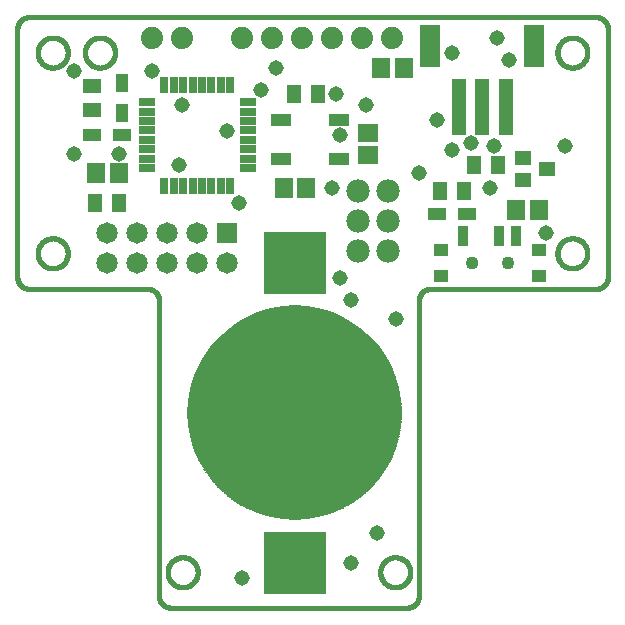
<source format=gts>
G75*
%MOIN*%
%OFA0B0*%
%FSLAX25Y25*%
%IPPOS*%
%LPD*%
%AMOC8*
5,1,8,0,0,1.08239X$1,22.5*
%
%ADD10C,0.01600*%
%ADD11C,0.07800*%
%ADD12R,0.05131X0.06312*%
%ADD13R,0.05800X0.04737*%
%ADD14R,0.05800X0.03000*%
%ADD15R,0.03000X0.05800*%
%ADD16C,0.07400*%
%ADD17R,0.05918X0.06706*%
%ADD18R,0.06312X0.05131*%
%ADD19R,0.07137X0.07137*%
%ADD20C,0.07137*%
%ADD21R,0.04737X0.18910*%
%ADD22R,0.07099X0.14186*%
%ADD23R,0.16800X0.16800*%
%ADD24R,0.20800X0.20800*%
%ADD25C,0.00500*%
%ADD26R,0.04737X0.03950*%
%ADD27R,0.03556X0.06706*%
%ADD28C,0.00000*%
%ADD29C,0.04343*%
%ADD30R,0.06115X0.03950*%
%ADD31R,0.03950X0.06115*%
%ADD32R,0.06706X0.04343*%
%ADD33R,0.06706X0.05918*%
%ADD34C,0.05162*%
D10*
X0049044Y0005737D02*
X0049044Y0104162D01*
X0049042Y0104286D01*
X0049036Y0104409D01*
X0049027Y0104533D01*
X0049013Y0104655D01*
X0048996Y0104778D01*
X0048974Y0104900D01*
X0048949Y0105021D01*
X0048920Y0105141D01*
X0048888Y0105260D01*
X0048851Y0105379D01*
X0048811Y0105496D01*
X0048768Y0105611D01*
X0048720Y0105726D01*
X0048669Y0105838D01*
X0048615Y0105949D01*
X0048557Y0106059D01*
X0048496Y0106166D01*
X0048431Y0106272D01*
X0048363Y0106375D01*
X0048292Y0106476D01*
X0048218Y0106575D01*
X0048141Y0106672D01*
X0048060Y0106766D01*
X0047977Y0106857D01*
X0047891Y0106946D01*
X0047802Y0107032D01*
X0047711Y0107115D01*
X0047617Y0107196D01*
X0047520Y0107273D01*
X0047421Y0107347D01*
X0047320Y0107418D01*
X0047217Y0107486D01*
X0047111Y0107551D01*
X0047004Y0107612D01*
X0046894Y0107670D01*
X0046783Y0107724D01*
X0046671Y0107775D01*
X0046556Y0107823D01*
X0046441Y0107866D01*
X0046324Y0107906D01*
X0046205Y0107943D01*
X0046086Y0107975D01*
X0045966Y0108004D01*
X0045845Y0108029D01*
X0045723Y0108051D01*
X0045600Y0108068D01*
X0045478Y0108082D01*
X0045354Y0108091D01*
X0045231Y0108097D01*
X0045107Y0108099D01*
X0005737Y0108099D01*
X0005613Y0108101D01*
X0005490Y0108107D01*
X0005366Y0108116D01*
X0005244Y0108130D01*
X0005121Y0108147D01*
X0004999Y0108169D01*
X0004878Y0108194D01*
X0004758Y0108223D01*
X0004639Y0108255D01*
X0004520Y0108292D01*
X0004403Y0108332D01*
X0004288Y0108375D01*
X0004173Y0108423D01*
X0004061Y0108474D01*
X0003950Y0108528D01*
X0003840Y0108586D01*
X0003733Y0108647D01*
X0003627Y0108712D01*
X0003524Y0108780D01*
X0003423Y0108851D01*
X0003324Y0108925D01*
X0003227Y0109002D01*
X0003133Y0109083D01*
X0003042Y0109166D01*
X0002953Y0109252D01*
X0002867Y0109341D01*
X0002784Y0109432D01*
X0002703Y0109526D01*
X0002626Y0109623D01*
X0002552Y0109722D01*
X0002481Y0109823D01*
X0002413Y0109926D01*
X0002348Y0110032D01*
X0002287Y0110139D01*
X0002229Y0110249D01*
X0002175Y0110360D01*
X0002124Y0110472D01*
X0002076Y0110587D01*
X0002033Y0110702D01*
X0001993Y0110819D01*
X0001956Y0110938D01*
X0001924Y0111057D01*
X0001895Y0111177D01*
X0001870Y0111298D01*
X0001848Y0111420D01*
X0001831Y0111543D01*
X0001817Y0111665D01*
X0001808Y0111789D01*
X0001802Y0111912D01*
X0001800Y0112036D01*
X0001800Y0194713D01*
X0001802Y0194837D01*
X0001808Y0194960D01*
X0001817Y0195084D01*
X0001831Y0195206D01*
X0001848Y0195329D01*
X0001870Y0195451D01*
X0001895Y0195572D01*
X0001924Y0195692D01*
X0001956Y0195811D01*
X0001993Y0195930D01*
X0002033Y0196047D01*
X0002076Y0196162D01*
X0002124Y0196277D01*
X0002175Y0196389D01*
X0002229Y0196500D01*
X0002287Y0196610D01*
X0002348Y0196717D01*
X0002413Y0196823D01*
X0002481Y0196926D01*
X0002552Y0197027D01*
X0002626Y0197126D01*
X0002703Y0197223D01*
X0002784Y0197317D01*
X0002867Y0197408D01*
X0002953Y0197497D01*
X0003042Y0197583D01*
X0003133Y0197666D01*
X0003227Y0197747D01*
X0003324Y0197824D01*
X0003423Y0197898D01*
X0003524Y0197969D01*
X0003627Y0198037D01*
X0003733Y0198102D01*
X0003840Y0198163D01*
X0003950Y0198221D01*
X0004061Y0198275D01*
X0004173Y0198326D01*
X0004288Y0198374D01*
X0004403Y0198417D01*
X0004520Y0198457D01*
X0004639Y0198494D01*
X0004758Y0198526D01*
X0004878Y0198555D01*
X0004999Y0198580D01*
X0005121Y0198602D01*
X0005244Y0198619D01*
X0005366Y0198633D01*
X0005490Y0198642D01*
X0005613Y0198648D01*
X0005737Y0198650D01*
X0194713Y0198650D01*
X0194837Y0198648D01*
X0194960Y0198642D01*
X0195084Y0198633D01*
X0195206Y0198619D01*
X0195329Y0198602D01*
X0195451Y0198580D01*
X0195572Y0198555D01*
X0195692Y0198526D01*
X0195811Y0198494D01*
X0195930Y0198457D01*
X0196047Y0198417D01*
X0196162Y0198374D01*
X0196277Y0198326D01*
X0196389Y0198275D01*
X0196500Y0198221D01*
X0196610Y0198163D01*
X0196717Y0198102D01*
X0196823Y0198037D01*
X0196926Y0197969D01*
X0197027Y0197898D01*
X0197126Y0197824D01*
X0197223Y0197747D01*
X0197317Y0197666D01*
X0197408Y0197583D01*
X0197497Y0197497D01*
X0197583Y0197408D01*
X0197666Y0197317D01*
X0197747Y0197223D01*
X0197824Y0197126D01*
X0197898Y0197027D01*
X0197969Y0196926D01*
X0198037Y0196823D01*
X0198102Y0196717D01*
X0198163Y0196610D01*
X0198221Y0196500D01*
X0198275Y0196389D01*
X0198326Y0196277D01*
X0198374Y0196162D01*
X0198417Y0196047D01*
X0198457Y0195930D01*
X0198494Y0195811D01*
X0198526Y0195692D01*
X0198555Y0195572D01*
X0198580Y0195451D01*
X0198602Y0195329D01*
X0198619Y0195206D01*
X0198633Y0195084D01*
X0198642Y0194960D01*
X0198648Y0194837D01*
X0198650Y0194713D01*
X0198650Y0112036D01*
X0198648Y0111912D01*
X0198642Y0111789D01*
X0198633Y0111665D01*
X0198619Y0111543D01*
X0198602Y0111420D01*
X0198580Y0111298D01*
X0198555Y0111177D01*
X0198526Y0111057D01*
X0198494Y0110938D01*
X0198457Y0110819D01*
X0198417Y0110702D01*
X0198374Y0110587D01*
X0198326Y0110472D01*
X0198275Y0110360D01*
X0198221Y0110249D01*
X0198163Y0110139D01*
X0198102Y0110032D01*
X0198037Y0109926D01*
X0197969Y0109823D01*
X0197898Y0109722D01*
X0197824Y0109623D01*
X0197747Y0109526D01*
X0197666Y0109432D01*
X0197583Y0109341D01*
X0197497Y0109252D01*
X0197408Y0109166D01*
X0197317Y0109083D01*
X0197223Y0109002D01*
X0197126Y0108925D01*
X0197027Y0108851D01*
X0196926Y0108780D01*
X0196823Y0108712D01*
X0196717Y0108647D01*
X0196610Y0108586D01*
X0196500Y0108528D01*
X0196389Y0108474D01*
X0196277Y0108423D01*
X0196162Y0108375D01*
X0196047Y0108332D01*
X0195930Y0108292D01*
X0195811Y0108255D01*
X0195692Y0108223D01*
X0195572Y0108194D01*
X0195451Y0108169D01*
X0195329Y0108147D01*
X0195206Y0108130D01*
X0195084Y0108116D01*
X0194960Y0108107D01*
X0194837Y0108101D01*
X0194713Y0108099D01*
X0139595Y0108099D01*
X0139471Y0108097D01*
X0139348Y0108091D01*
X0139224Y0108082D01*
X0139102Y0108068D01*
X0138979Y0108051D01*
X0138857Y0108029D01*
X0138736Y0108004D01*
X0138616Y0107975D01*
X0138497Y0107943D01*
X0138378Y0107906D01*
X0138261Y0107866D01*
X0138146Y0107823D01*
X0138031Y0107775D01*
X0137919Y0107724D01*
X0137808Y0107670D01*
X0137698Y0107612D01*
X0137591Y0107551D01*
X0137485Y0107486D01*
X0137382Y0107418D01*
X0137281Y0107347D01*
X0137182Y0107273D01*
X0137085Y0107196D01*
X0136991Y0107115D01*
X0136900Y0107032D01*
X0136811Y0106946D01*
X0136725Y0106857D01*
X0136642Y0106766D01*
X0136561Y0106672D01*
X0136484Y0106575D01*
X0136410Y0106476D01*
X0136339Y0106375D01*
X0136271Y0106272D01*
X0136206Y0106166D01*
X0136145Y0106059D01*
X0136087Y0105949D01*
X0136033Y0105838D01*
X0135982Y0105726D01*
X0135934Y0105611D01*
X0135891Y0105496D01*
X0135851Y0105379D01*
X0135814Y0105260D01*
X0135782Y0105141D01*
X0135753Y0105021D01*
X0135728Y0104900D01*
X0135706Y0104778D01*
X0135689Y0104655D01*
X0135675Y0104533D01*
X0135666Y0104409D01*
X0135660Y0104286D01*
X0135658Y0104162D01*
X0135658Y0005737D01*
X0135656Y0005613D01*
X0135650Y0005490D01*
X0135641Y0005366D01*
X0135627Y0005244D01*
X0135610Y0005121D01*
X0135588Y0004999D01*
X0135563Y0004878D01*
X0135534Y0004758D01*
X0135502Y0004639D01*
X0135465Y0004520D01*
X0135425Y0004403D01*
X0135382Y0004288D01*
X0135334Y0004173D01*
X0135283Y0004061D01*
X0135229Y0003950D01*
X0135171Y0003840D01*
X0135110Y0003733D01*
X0135045Y0003627D01*
X0134977Y0003524D01*
X0134906Y0003423D01*
X0134832Y0003324D01*
X0134755Y0003227D01*
X0134674Y0003133D01*
X0134591Y0003042D01*
X0134505Y0002953D01*
X0134416Y0002867D01*
X0134325Y0002784D01*
X0134231Y0002703D01*
X0134134Y0002626D01*
X0134035Y0002552D01*
X0133934Y0002481D01*
X0133831Y0002413D01*
X0133725Y0002348D01*
X0133618Y0002287D01*
X0133508Y0002229D01*
X0133397Y0002175D01*
X0133285Y0002124D01*
X0133170Y0002076D01*
X0133055Y0002033D01*
X0132938Y0001993D01*
X0132819Y0001956D01*
X0132700Y0001924D01*
X0132580Y0001895D01*
X0132459Y0001870D01*
X0132337Y0001848D01*
X0132214Y0001831D01*
X0132092Y0001817D01*
X0131968Y0001808D01*
X0131845Y0001802D01*
X0131721Y0001800D01*
X0052981Y0001800D01*
X0052857Y0001802D01*
X0052734Y0001808D01*
X0052610Y0001817D01*
X0052488Y0001831D01*
X0052365Y0001848D01*
X0052243Y0001870D01*
X0052122Y0001895D01*
X0052002Y0001924D01*
X0051883Y0001956D01*
X0051764Y0001993D01*
X0051647Y0002033D01*
X0051532Y0002076D01*
X0051417Y0002124D01*
X0051305Y0002175D01*
X0051194Y0002229D01*
X0051084Y0002287D01*
X0050977Y0002348D01*
X0050871Y0002413D01*
X0050768Y0002481D01*
X0050667Y0002552D01*
X0050568Y0002626D01*
X0050471Y0002703D01*
X0050377Y0002784D01*
X0050286Y0002867D01*
X0050197Y0002953D01*
X0050111Y0003042D01*
X0050028Y0003133D01*
X0049947Y0003227D01*
X0049870Y0003324D01*
X0049796Y0003423D01*
X0049725Y0003524D01*
X0049657Y0003627D01*
X0049592Y0003733D01*
X0049531Y0003840D01*
X0049473Y0003950D01*
X0049419Y0004061D01*
X0049368Y0004173D01*
X0049320Y0004288D01*
X0049277Y0004403D01*
X0049237Y0004520D01*
X0049200Y0004639D01*
X0049168Y0004758D01*
X0049139Y0004878D01*
X0049114Y0004999D01*
X0049092Y0005121D01*
X0049075Y0005244D01*
X0049061Y0005366D01*
X0049052Y0005490D01*
X0049046Y0005613D01*
X0049044Y0005737D01*
X0051918Y0013611D02*
X0051920Y0013752D01*
X0051926Y0013893D01*
X0051936Y0014033D01*
X0051950Y0014173D01*
X0051968Y0014313D01*
X0051989Y0014452D01*
X0052015Y0014591D01*
X0052044Y0014729D01*
X0052078Y0014865D01*
X0052115Y0015001D01*
X0052156Y0015136D01*
X0052201Y0015270D01*
X0052250Y0015402D01*
X0052302Y0015533D01*
X0052358Y0015662D01*
X0052418Y0015789D01*
X0052481Y0015915D01*
X0052547Y0016039D01*
X0052618Y0016162D01*
X0052691Y0016282D01*
X0052768Y0016400D01*
X0052848Y0016516D01*
X0052932Y0016629D01*
X0053018Y0016740D01*
X0053108Y0016849D01*
X0053201Y0016955D01*
X0053296Y0017058D01*
X0053395Y0017159D01*
X0053496Y0017257D01*
X0053600Y0017352D01*
X0053707Y0017444D01*
X0053816Y0017533D01*
X0053928Y0017618D01*
X0054042Y0017701D01*
X0054158Y0017781D01*
X0054277Y0017857D01*
X0054398Y0017929D01*
X0054520Y0017999D01*
X0054645Y0018064D01*
X0054771Y0018127D01*
X0054899Y0018185D01*
X0055029Y0018240D01*
X0055160Y0018292D01*
X0055293Y0018339D01*
X0055427Y0018383D01*
X0055562Y0018424D01*
X0055698Y0018460D01*
X0055835Y0018492D01*
X0055973Y0018521D01*
X0056111Y0018546D01*
X0056251Y0018566D01*
X0056391Y0018583D01*
X0056531Y0018596D01*
X0056672Y0018605D01*
X0056812Y0018610D01*
X0056953Y0018611D01*
X0057094Y0018608D01*
X0057235Y0018601D01*
X0057375Y0018590D01*
X0057515Y0018575D01*
X0057655Y0018556D01*
X0057794Y0018534D01*
X0057932Y0018507D01*
X0058070Y0018477D01*
X0058206Y0018442D01*
X0058342Y0018404D01*
X0058476Y0018362D01*
X0058610Y0018316D01*
X0058742Y0018267D01*
X0058872Y0018213D01*
X0059001Y0018156D01*
X0059128Y0018096D01*
X0059254Y0018032D01*
X0059377Y0017964D01*
X0059499Y0017893D01*
X0059619Y0017819D01*
X0059736Y0017741D01*
X0059851Y0017660D01*
X0059964Y0017576D01*
X0060075Y0017489D01*
X0060183Y0017398D01*
X0060288Y0017305D01*
X0060391Y0017208D01*
X0060491Y0017109D01*
X0060588Y0017007D01*
X0060682Y0016902D01*
X0060773Y0016795D01*
X0060861Y0016685D01*
X0060946Y0016573D01*
X0061028Y0016458D01*
X0061107Y0016341D01*
X0061182Y0016222D01*
X0061254Y0016101D01*
X0061322Y0015978D01*
X0061387Y0015853D01*
X0061449Y0015726D01*
X0061506Y0015597D01*
X0061561Y0015467D01*
X0061611Y0015336D01*
X0061658Y0015203D01*
X0061701Y0015069D01*
X0061740Y0014933D01*
X0061775Y0014797D01*
X0061807Y0014660D01*
X0061834Y0014522D01*
X0061858Y0014383D01*
X0061878Y0014243D01*
X0061894Y0014103D01*
X0061906Y0013963D01*
X0061914Y0013822D01*
X0061918Y0013681D01*
X0061918Y0013541D01*
X0061914Y0013400D01*
X0061906Y0013259D01*
X0061894Y0013119D01*
X0061878Y0012979D01*
X0061858Y0012839D01*
X0061834Y0012700D01*
X0061807Y0012562D01*
X0061775Y0012425D01*
X0061740Y0012289D01*
X0061701Y0012153D01*
X0061658Y0012019D01*
X0061611Y0011886D01*
X0061561Y0011755D01*
X0061506Y0011625D01*
X0061449Y0011496D01*
X0061387Y0011369D01*
X0061322Y0011244D01*
X0061254Y0011121D01*
X0061182Y0011000D01*
X0061107Y0010881D01*
X0061028Y0010764D01*
X0060946Y0010649D01*
X0060861Y0010537D01*
X0060773Y0010427D01*
X0060682Y0010320D01*
X0060588Y0010215D01*
X0060491Y0010113D01*
X0060391Y0010014D01*
X0060288Y0009917D01*
X0060183Y0009824D01*
X0060075Y0009733D01*
X0059964Y0009646D01*
X0059851Y0009562D01*
X0059736Y0009481D01*
X0059619Y0009403D01*
X0059499Y0009329D01*
X0059377Y0009258D01*
X0059254Y0009190D01*
X0059128Y0009126D01*
X0059001Y0009066D01*
X0058872Y0009009D01*
X0058742Y0008955D01*
X0058610Y0008906D01*
X0058476Y0008860D01*
X0058342Y0008818D01*
X0058206Y0008780D01*
X0058070Y0008745D01*
X0057932Y0008715D01*
X0057794Y0008688D01*
X0057655Y0008666D01*
X0057515Y0008647D01*
X0057375Y0008632D01*
X0057235Y0008621D01*
X0057094Y0008614D01*
X0056953Y0008611D01*
X0056812Y0008612D01*
X0056672Y0008617D01*
X0056531Y0008626D01*
X0056391Y0008639D01*
X0056251Y0008656D01*
X0056111Y0008676D01*
X0055973Y0008701D01*
X0055835Y0008730D01*
X0055698Y0008762D01*
X0055562Y0008798D01*
X0055427Y0008839D01*
X0055293Y0008883D01*
X0055160Y0008930D01*
X0055029Y0008982D01*
X0054899Y0009037D01*
X0054771Y0009095D01*
X0054645Y0009158D01*
X0054520Y0009223D01*
X0054398Y0009293D01*
X0054277Y0009365D01*
X0054158Y0009441D01*
X0054042Y0009521D01*
X0053928Y0009604D01*
X0053816Y0009689D01*
X0053707Y0009778D01*
X0053600Y0009870D01*
X0053496Y0009965D01*
X0053395Y0010063D01*
X0053296Y0010164D01*
X0053201Y0010267D01*
X0053108Y0010373D01*
X0053018Y0010482D01*
X0052932Y0010593D01*
X0052848Y0010706D01*
X0052768Y0010822D01*
X0052691Y0010940D01*
X0052618Y0011060D01*
X0052547Y0011183D01*
X0052481Y0011307D01*
X0052418Y0011433D01*
X0052358Y0011560D01*
X0052302Y0011689D01*
X0052250Y0011820D01*
X0052201Y0011952D01*
X0052156Y0012086D01*
X0052115Y0012221D01*
X0052078Y0012357D01*
X0052044Y0012493D01*
X0052015Y0012631D01*
X0051989Y0012770D01*
X0051968Y0012909D01*
X0051950Y0013049D01*
X0051936Y0013189D01*
X0051926Y0013329D01*
X0051920Y0013470D01*
X0051918Y0013611D01*
X0122784Y0013611D02*
X0122786Y0013752D01*
X0122792Y0013893D01*
X0122802Y0014033D01*
X0122816Y0014173D01*
X0122834Y0014313D01*
X0122855Y0014452D01*
X0122881Y0014591D01*
X0122910Y0014729D01*
X0122944Y0014865D01*
X0122981Y0015001D01*
X0123022Y0015136D01*
X0123067Y0015270D01*
X0123116Y0015402D01*
X0123168Y0015533D01*
X0123224Y0015662D01*
X0123284Y0015789D01*
X0123347Y0015915D01*
X0123413Y0016039D01*
X0123484Y0016162D01*
X0123557Y0016282D01*
X0123634Y0016400D01*
X0123714Y0016516D01*
X0123798Y0016629D01*
X0123884Y0016740D01*
X0123974Y0016849D01*
X0124067Y0016955D01*
X0124162Y0017058D01*
X0124261Y0017159D01*
X0124362Y0017257D01*
X0124466Y0017352D01*
X0124573Y0017444D01*
X0124682Y0017533D01*
X0124794Y0017618D01*
X0124908Y0017701D01*
X0125024Y0017781D01*
X0125143Y0017857D01*
X0125264Y0017929D01*
X0125386Y0017999D01*
X0125511Y0018064D01*
X0125637Y0018127D01*
X0125765Y0018185D01*
X0125895Y0018240D01*
X0126026Y0018292D01*
X0126159Y0018339D01*
X0126293Y0018383D01*
X0126428Y0018424D01*
X0126564Y0018460D01*
X0126701Y0018492D01*
X0126839Y0018521D01*
X0126977Y0018546D01*
X0127117Y0018566D01*
X0127257Y0018583D01*
X0127397Y0018596D01*
X0127538Y0018605D01*
X0127678Y0018610D01*
X0127819Y0018611D01*
X0127960Y0018608D01*
X0128101Y0018601D01*
X0128241Y0018590D01*
X0128381Y0018575D01*
X0128521Y0018556D01*
X0128660Y0018534D01*
X0128798Y0018507D01*
X0128936Y0018477D01*
X0129072Y0018442D01*
X0129208Y0018404D01*
X0129342Y0018362D01*
X0129476Y0018316D01*
X0129608Y0018267D01*
X0129738Y0018213D01*
X0129867Y0018156D01*
X0129994Y0018096D01*
X0130120Y0018032D01*
X0130243Y0017964D01*
X0130365Y0017893D01*
X0130485Y0017819D01*
X0130602Y0017741D01*
X0130717Y0017660D01*
X0130830Y0017576D01*
X0130941Y0017489D01*
X0131049Y0017398D01*
X0131154Y0017305D01*
X0131257Y0017208D01*
X0131357Y0017109D01*
X0131454Y0017007D01*
X0131548Y0016902D01*
X0131639Y0016795D01*
X0131727Y0016685D01*
X0131812Y0016573D01*
X0131894Y0016458D01*
X0131973Y0016341D01*
X0132048Y0016222D01*
X0132120Y0016101D01*
X0132188Y0015978D01*
X0132253Y0015853D01*
X0132315Y0015726D01*
X0132372Y0015597D01*
X0132427Y0015467D01*
X0132477Y0015336D01*
X0132524Y0015203D01*
X0132567Y0015069D01*
X0132606Y0014933D01*
X0132641Y0014797D01*
X0132673Y0014660D01*
X0132700Y0014522D01*
X0132724Y0014383D01*
X0132744Y0014243D01*
X0132760Y0014103D01*
X0132772Y0013963D01*
X0132780Y0013822D01*
X0132784Y0013681D01*
X0132784Y0013541D01*
X0132780Y0013400D01*
X0132772Y0013259D01*
X0132760Y0013119D01*
X0132744Y0012979D01*
X0132724Y0012839D01*
X0132700Y0012700D01*
X0132673Y0012562D01*
X0132641Y0012425D01*
X0132606Y0012289D01*
X0132567Y0012153D01*
X0132524Y0012019D01*
X0132477Y0011886D01*
X0132427Y0011755D01*
X0132372Y0011625D01*
X0132315Y0011496D01*
X0132253Y0011369D01*
X0132188Y0011244D01*
X0132120Y0011121D01*
X0132048Y0011000D01*
X0131973Y0010881D01*
X0131894Y0010764D01*
X0131812Y0010649D01*
X0131727Y0010537D01*
X0131639Y0010427D01*
X0131548Y0010320D01*
X0131454Y0010215D01*
X0131357Y0010113D01*
X0131257Y0010014D01*
X0131154Y0009917D01*
X0131049Y0009824D01*
X0130941Y0009733D01*
X0130830Y0009646D01*
X0130717Y0009562D01*
X0130602Y0009481D01*
X0130485Y0009403D01*
X0130365Y0009329D01*
X0130243Y0009258D01*
X0130120Y0009190D01*
X0129994Y0009126D01*
X0129867Y0009066D01*
X0129738Y0009009D01*
X0129608Y0008955D01*
X0129476Y0008906D01*
X0129342Y0008860D01*
X0129208Y0008818D01*
X0129072Y0008780D01*
X0128936Y0008745D01*
X0128798Y0008715D01*
X0128660Y0008688D01*
X0128521Y0008666D01*
X0128381Y0008647D01*
X0128241Y0008632D01*
X0128101Y0008621D01*
X0127960Y0008614D01*
X0127819Y0008611D01*
X0127678Y0008612D01*
X0127538Y0008617D01*
X0127397Y0008626D01*
X0127257Y0008639D01*
X0127117Y0008656D01*
X0126977Y0008676D01*
X0126839Y0008701D01*
X0126701Y0008730D01*
X0126564Y0008762D01*
X0126428Y0008798D01*
X0126293Y0008839D01*
X0126159Y0008883D01*
X0126026Y0008930D01*
X0125895Y0008982D01*
X0125765Y0009037D01*
X0125637Y0009095D01*
X0125511Y0009158D01*
X0125386Y0009223D01*
X0125264Y0009293D01*
X0125143Y0009365D01*
X0125024Y0009441D01*
X0124908Y0009521D01*
X0124794Y0009604D01*
X0124682Y0009689D01*
X0124573Y0009778D01*
X0124466Y0009870D01*
X0124362Y0009965D01*
X0124261Y0010063D01*
X0124162Y0010164D01*
X0124067Y0010267D01*
X0123974Y0010373D01*
X0123884Y0010482D01*
X0123798Y0010593D01*
X0123714Y0010706D01*
X0123634Y0010822D01*
X0123557Y0010940D01*
X0123484Y0011060D01*
X0123413Y0011183D01*
X0123347Y0011307D01*
X0123284Y0011433D01*
X0123224Y0011560D01*
X0123168Y0011689D01*
X0123116Y0011820D01*
X0123067Y0011952D01*
X0123022Y0012086D01*
X0122981Y0012221D01*
X0122944Y0012357D01*
X0122910Y0012493D01*
X0122881Y0012631D01*
X0122855Y0012770D01*
X0122834Y0012909D01*
X0122816Y0013049D01*
X0122802Y0013189D01*
X0122792Y0013329D01*
X0122786Y0013470D01*
X0122784Y0013611D01*
X0181839Y0119910D02*
X0181841Y0120051D01*
X0181847Y0120192D01*
X0181857Y0120332D01*
X0181871Y0120472D01*
X0181889Y0120612D01*
X0181910Y0120751D01*
X0181936Y0120890D01*
X0181965Y0121028D01*
X0181999Y0121164D01*
X0182036Y0121300D01*
X0182077Y0121435D01*
X0182122Y0121569D01*
X0182171Y0121701D01*
X0182223Y0121832D01*
X0182279Y0121961D01*
X0182339Y0122088D01*
X0182402Y0122214D01*
X0182468Y0122338D01*
X0182539Y0122461D01*
X0182612Y0122581D01*
X0182689Y0122699D01*
X0182769Y0122815D01*
X0182853Y0122928D01*
X0182939Y0123039D01*
X0183029Y0123148D01*
X0183122Y0123254D01*
X0183217Y0123357D01*
X0183316Y0123458D01*
X0183417Y0123556D01*
X0183521Y0123651D01*
X0183628Y0123743D01*
X0183737Y0123832D01*
X0183849Y0123917D01*
X0183963Y0124000D01*
X0184079Y0124080D01*
X0184198Y0124156D01*
X0184319Y0124228D01*
X0184441Y0124298D01*
X0184566Y0124363D01*
X0184692Y0124426D01*
X0184820Y0124484D01*
X0184950Y0124539D01*
X0185081Y0124591D01*
X0185214Y0124638D01*
X0185348Y0124682D01*
X0185483Y0124723D01*
X0185619Y0124759D01*
X0185756Y0124791D01*
X0185894Y0124820D01*
X0186032Y0124845D01*
X0186172Y0124865D01*
X0186312Y0124882D01*
X0186452Y0124895D01*
X0186593Y0124904D01*
X0186733Y0124909D01*
X0186874Y0124910D01*
X0187015Y0124907D01*
X0187156Y0124900D01*
X0187296Y0124889D01*
X0187436Y0124874D01*
X0187576Y0124855D01*
X0187715Y0124833D01*
X0187853Y0124806D01*
X0187991Y0124776D01*
X0188127Y0124741D01*
X0188263Y0124703D01*
X0188397Y0124661D01*
X0188531Y0124615D01*
X0188663Y0124566D01*
X0188793Y0124512D01*
X0188922Y0124455D01*
X0189049Y0124395D01*
X0189175Y0124331D01*
X0189298Y0124263D01*
X0189420Y0124192D01*
X0189540Y0124118D01*
X0189657Y0124040D01*
X0189772Y0123959D01*
X0189885Y0123875D01*
X0189996Y0123788D01*
X0190104Y0123697D01*
X0190209Y0123604D01*
X0190312Y0123507D01*
X0190412Y0123408D01*
X0190509Y0123306D01*
X0190603Y0123201D01*
X0190694Y0123094D01*
X0190782Y0122984D01*
X0190867Y0122872D01*
X0190949Y0122757D01*
X0191028Y0122640D01*
X0191103Y0122521D01*
X0191175Y0122400D01*
X0191243Y0122277D01*
X0191308Y0122152D01*
X0191370Y0122025D01*
X0191427Y0121896D01*
X0191482Y0121766D01*
X0191532Y0121635D01*
X0191579Y0121502D01*
X0191622Y0121368D01*
X0191661Y0121232D01*
X0191696Y0121096D01*
X0191728Y0120959D01*
X0191755Y0120821D01*
X0191779Y0120682D01*
X0191799Y0120542D01*
X0191815Y0120402D01*
X0191827Y0120262D01*
X0191835Y0120121D01*
X0191839Y0119980D01*
X0191839Y0119840D01*
X0191835Y0119699D01*
X0191827Y0119558D01*
X0191815Y0119418D01*
X0191799Y0119278D01*
X0191779Y0119138D01*
X0191755Y0118999D01*
X0191728Y0118861D01*
X0191696Y0118724D01*
X0191661Y0118588D01*
X0191622Y0118452D01*
X0191579Y0118318D01*
X0191532Y0118185D01*
X0191482Y0118054D01*
X0191427Y0117924D01*
X0191370Y0117795D01*
X0191308Y0117668D01*
X0191243Y0117543D01*
X0191175Y0117420D01*
X0191103Y0117299D01*
X0191028Y0117180D01*
X0190949Y0117063D01*
X0190867Y0116948D01*
X0190782Y0116836D01*
X0190694Y0116726D01*
X0190603Y0116619D01*
X0190509Y0116514D01*
X0190412Y0116412D01*
X0190312Y0116313D01*
X0190209Y0116216D01*
X0190104Y0116123D01*
X0189996Y0116032D01*
X0189885Y0115945D01*
X0189772Y0115861D01*
X0189657Y0115780D01*
X0189540Y0115702D01*
X0189420Y0115628D01*
X0189298Y0115557D01*
X0189175Y0115489D01*
X0189049Y0115425D01*
X0188922Y0115365D01*
X0188793Y0115308D01*
X0188663Y0115254D01*
X0188531Y0115205D01*
X0188397Y0115159D01*
X0188263Y0115117D01*
X0188127Y0115079D01*
X0187991Y0115044D01*
X0187853Y0115014D01*
X0187715Y0114987D01*
X0187576Y0114965D01*
X0187436Y0114946D01*
X0187296Y0114931D01*
X0187156Y0114920D01*
X0187015Y0114913D01*
X0186874Y0114910D01*
X0186733Y0114911D01*
X0186593Y0114916D01*
X0186452Y0114925D01*
X0186312Y0114938D01*
X0186172Y0114955D01*
X0186032Y0114975D01*
X0185894Y0115000D01*
X0185756Y0115029D01*
X0185619Y0115061D01*
X0185483Y0115097D01*
X0185348Y0115138D01*
X0185214Y0115182D01*
X0185081Y0115229D01*
X0184950Y0115281D01*
X0184820Y0115336D01*
X0184692Y0115394D01*
X0184566Y0115457D01*
X0184441Y0115522D01*
X0184319Y0115592D01*
X0184198Y0115664D01*
X0184079Y0115740D01*
X0183963Y0115820D01*
X0183849Y0115903D01*
X0183737Y0115988D01*
X0183628Y0116077D01*
X0183521Y0116169D01*
X0183417Y0116264D01*
X0183316Y0116362D01*
X0183217Y0116463D01*
X0183122Y0116566D01*
X0183029Y0116672D01*
X0182939Y0116781D01*
X0182853Y0116892D01*
X0182769Y0117005D01*
X0182689Y0117121D01*
X0182612Y0117239D01*
X0182539Y0117359D01*
X0182468Y0117482D01*
X0182402Y0117606D01*
X0182339Y0117732D01*
X0182279Y0117859D01*
X0182223Y0117988D01*
X0182171Y0118119D01*
X0182122Y0118251D01*
X0182077Y0118385D01*
X0182036Y0118520D01*
X0181999Y0118656D01*
X0181965Y0118792D01*
X0181936Y0118930D01*
X0181910Y0119069D01*
X0181889Y0119208D01*
X0181871Y0119348D01*
X0181857Y0119488D01*
X0181847Y0119628D01*
X0181841Y0119769D01*
X0181839Y0119910D01*
X0181839Y0186839D02*
X0181841Y0186980D01*
X0181847Y0187121D01*
X0181857Y0187261D01*
X0181871Y0187401D01*
X0181889Y0187541D01*
X0181910Y0187680D01*
X0181936Y0187819D01*
X0181965Y0187957D01*
X0181999Y0188093D01*
X0182036Y0188229D01*
X0182077Y0188364D01*
X0182122Y0188498D01*
X0182171Y0188630D01*
X0182223Y0188761D01*
X0182279Y0188890D01*
X0182339Y0189017D01*
X0182402Y0189143D01*
X0182468Y0189267D01*
X0182539Y0189390D01*
X0182612Y0189510D01*
X0182689Y0189628D01*
X0182769Y0189744D01*
X0182853Y0189857D01*
X0182939Y0189968D01*
X0183029Y0190077D01*
X0183122Y0190183D01*
X0183217Y0190286D01*
X0183316Y0190387D01*
X0183417Y0190485D01*
X0183521Y0190580D01*
X0183628Y0190672D01*
X0183737Y0190761D01*
X0183849Y0190846D01*
X0183963Y0190929D01*
X0184079Y0191009D01*
X0184198Y0191085D01*
X0184319Y0191157D01*
X0184441Y0191227D01*
X0184566Y0191292D01*
X0184692Y0191355D01*
X0184820Y0191413D01*
X0184950Y0191468D01*
X0185081Y0191520D01*
X0185214Y0191567D01*
X0185348Y0191611D01*
X0185483Y0191652D01*
X0185619Y0191688D01*
X0185756Y0191720D01*
X0185894Y0191749D01*
X0186032Y0191774D01*
X0186172Y0191794D01*
X0186312Y0191811D01*
X0186452Y0191824D01*
X0186593Y0191833D01*
X0186733Y0191838D01*
X0186874Y0191839D01*
X0187015Y0191836D01*
X0187156Y0191829D01*
X0187296Y0191818D01*
X0187436Y0191803D01*
X0187576Y0191784D01*
X0187715Y0191762D01*
X0187853Y0191735D01*
X0187991Y0191705D01*
X0188127Y0191670D01*
X0188263Y0191632D01*
X0188397Y0191590D01*
X0188531Y0191544D01*
X0188663Y0191495D01*
X0188793Y0191441D01*
X0188922Y0191384D01*
X0189049Y0191324D01*
X0189175Y0191260D01*
X0189298Y0191192D01*
X0189420Y0191121D01*
X0189540Y0191047D01*
X0189657Y0190969D01*
X0189772Y0190888D01*
X0189885Y0190804D01*
X0189996Y0190717D01*
X0190104Y0190626D01*
X0190209Y0190533D01*
X0190312Y0190436D01*
X0190412Y0190337D01*
X0190509Y0190235D01*
X0190603Y0190130D01*
X0190694Y0190023D01*
X0190782Y0189913D01*
X0190867Y0189801D01*
X0190949Y0189686D01*
X0191028Y0189569D01*
X0191103Y0189450D01*
X0191175Y0189329D01*
X0191243Y0189206D01*
X0191308Y0189081D01*
X0191370Y0188954D01*
X0191427Y0188825D01*
X0191482Y0188695D01*
X0191532Y0188564D01*
X0191579Y0188431D01*
X0191622Y0188297D01*
X0191661Y0188161D01*
X0191696Y0188025D01*
X0191728Y0187888D01*
X0191755Y0187750D01*
X0191779Y0187611D01*
X0191799Y0187471D01*
X0191815Y0187331D01*
X0191827Y0187191D01*
X0191835Y0187050D01*
X0191839Y0186909D01*
X0191839Y0186769D01*
X0191835Y0186628D01*
X0191827Y0186487D01*
X0191815Y0186347D01*
X0191799Y0186207D01*
X0191779Y0186067D01*
X0191755Y0185928D01*
X0191728Y0185790D01*
X0191696Y0185653D01*
X0191661Y0185517D01*
X0191622Y0185381D01*
X0191579Y0185247D01*
X0191532Y0185114D01*
X0191482Y0184983D01*
X0191427Y0184853D01*
X0191370Y0184724D01*
X0191308Y0184597D01*
X0191243Y0184472D01*
X0191175Y0184349D01*
X0191103Y0184228D01*
X0191028Y0184109D01*
X0190949Y0183992D01*
X0190867Y0183877D01*
X0190782Y0183765D01*
X0190694Y0183655D01*
X0190603Y0183548D01*
X0190509Y0183443D01*
X0190412Y0183341D01*
X0190312Y0183242D01*
X0190209Y0183145D01*
X0190104Y0183052D01*
X0189996Y0182961D01*
X0189885Y0182874D01*
X0189772Y0182790D01*
X0189657Y0182709D01*
X0189540Y0182631D01*
X0189420Y0182557D01*
X0189298Y0182486D01*
X0189175Y0182418D01*
X0189049Y0182354D01*
X0188922Y0182294D01*
X0188793Y0182237D01*
X0188663Y0182183D01*
X0188531Y0182134D01*
X0188397Y0182088D01*
X0188263Y0182046D01*
X0188127Y0182008D01*
X0187991Y0181973D01*
X0187853Y0181943D01*
X0187715Y0181916D01*
X0187576Y0181894D01*
X0187436Y0181875D01*
X0187296Y0181860D01*
X0187156Y0181849D01*
X0187015Y0181842D01*
X0186874Y0181839D01*
X0186733Y0181840D01*
X0186593Y0181845D01*
X0186452Y0181854D01*
X0186312Y0181867D01*
X0186172Y0181884D01*
X0186032Y0181904D01*
X0185894Y0181929D01*
X0185756Y0181958D01*
X0185619Y0181990D01*
X0185483Y0182026D01*
X0185348Y0182067D01*
X0185214Y0182111D01*
X0185081Y0182158D01*
X0184950Y0182210D01*
X0184820Y0182265D01*
X0184692Y0182323D01*
X0184566Y0182386D01*
X0184441Y0182451D01*
X0184319Y0182521D01*
X0184198Y0182593D01*
X0184079Y0182669D01*
X0183963Y0182749D01*
X0183849Y0182832D01*
X0183737Y0182917D01*
X0183628Y0183006D01*
X0183521Y0183098D01*
X0183417Y0183193D01*
X0183316Y0183291D01*
X0183217Y0183392D01*
X0183122Y0183495D01*
X0183029Y0183601D01*
X0182939Y0183710D01*
X0182853Y0183821D01*
X0182769Y0183934D01*
X0182689Y0184050D01*
X0182612Y0184168D01*
X0182539Y0184288D01*
X0182468Y0184411D01*
X0182402Y0184535D01*
X0182339Y0184661D01*
X0182279Y0184788D01*
X0182223Y0184917D01*
X0182171Y0185048D01*
X0182122Y0185180D01*
X0182077Y0185314D01*
X0182036Y0185449D01*
X0181999Y0185585D01*
X0181965Y0185721D01*
X0181936Y0185859D01*
X0181910Y0185998D01*
X0181889Y0186137D01*
X0181871Y0186277D01*
X0181857Y0186417D01*
X0181847Y0186557D01*
X0181841Y0186698D01*
X0181839Y0186839D01*
X0024359Y0186839D02*
X0024361Y0186980D01*
X0024367Y0187121D01*
X0024377Y0187261D01*
X0024391Y0187401D01*
X0024409Y0187541D01*
X0024430Y0187680D01*
X0024456Y0187819D01*
X0024485Y0187957D01*
X0024519Y0188093D01*
X0024556Y0188229D01*
X0024597Y0188364D01*
X0024642Y0188498D01*
X0024691Y0188630D01*
X0024743Y0188761D01*
X0024799Y0188890D01*
X0024859Y0189017D01*
X0024922Y0189143D01*
X0024988Y0189267D01*
X0025059Y0189390D01*
X0025132Y0189510D01*
X0025209Y0189628D01*
X0025289Y0189744D01*
X0025373Y0189857D01*
X0025459Y0189968D01*
X0025549Y0190077D01*
X0025642Y0190183D01*
X0025737Y0190286D01*
X0025836Y0190387D01*
X0025937Y0190485D01*
X0026041Y0190580D01*
X0026148Y0190672D01*
X0026257Y0190761D01*
X0026369Y0190846D01*
X0026483Y0190929D01*
X0026599Y0191009D01*
X0026718Y0191085D01*
X0026839Y0191157D01*
X0026961Y0191227D01*
X0027086Y0191292D01*
X0027212Y0191355D01*
X0027340Y0191413D01*
X0027470Y0191468D01*
X0027601Y0191520D01*
X0027734Y0191567D01*
X0027868Y0191611D01*
X0028003Y0191652D01*
X0028139Y0191688D01*
X0028276Y0191720D01*
X0028414Y0191749D01*
X0028552Y0191774D01*
X0028692Y0191794D01*
X0028832Y0191811D01*
X0028972Y0191824D01*
X0029113Y0191833D01*
X0029253Y0191838D01*
X0029394Y0191839D01*
X0029535Y0191836D01*
X0029676Y0191829D01*
X0029816Y0191818D01*
X0029956Y0191803D01*
X0030096Y0191784D01*
X0030235Y0191762D01*
X0030373Y0191735D01*
X0030511Y0191705D01*
X0030647Y0191670D01*
X0030783Y0191632D01*
X0030917Y0191590D01*
X0031051Y0191544D01*
X0031183Y0191495D01*
X0031313Y0191441D01*
X0031442Y0191384D01*
X0031569Y0191324D01*
X0031695Y0191260D01*
X0031818Y0191192D01*
X0031940Y0191121D01*
X0032060Y0191047D01*
X0032177Y0190969D01*
X0032292Y0190888D01*
X0032405Y0190804D01*
X0032516Y0190717D01*
X0032624Y0190626D01*
X0032729Y0190533D01*
X0032832Y0190436D01*
X0032932Y0190337D01*
X0033029Y0190235D01*
X0033123Y0190130D01*
X0033214Y0190023D01*
X0033302Y0189913D01*
X0033387Y0189801D01*
X0033469Y0189686D01*
X0033548Y0189569D01*
X0033623Y0189450D01*
X0033695Y0189329D01*
X0033763Y0189206D01*
X0033828Y0189081D01*
X0033890Y0188954D01*
X0033947Y0188825D01*
X0034002Y0188695D01*
X0034052Y0188564D01*
X0034099Y0188431D01*
X0034142Y0188297D01*
X0034181Y0188161D01*
X0034216Y0188025D01*
X0034248Y0187888D01*
X0034275Y0187750D01*
X0034299Y0187611D01*
X0034319Y0187471D01*
X0034335Y0187331D01*
X0034347Y0187191D01*
X0034355Y0187050D01*
X0034359Y0186909D01*
X0034359Y0186769D01*
X0034355Y0186628D01*
X0034347Y0186487D01*
X0034335Y0186347D01*
X0034319Y0186207D01*
X0034299Y0186067D01*
X0034275Y0185928D01*
X0034248Y0185790D01*
X0034216Y0185653D01*
X0034181Y0185517D01*
X0034142Y0185381D01*
X0034099Y0185247D01*
X0034052Y0185114D01*
X0034002Y0184983D01*
X0033947Y0184853D01*
X0033890Y0184724D01*
X0033828Y0184597D01*
X0033763Y0184472D01*
X0033695Y0184349D01*
X0033623Y0184228D01*
X0033548Y0184109D01*
X0033469Y0183992D01*
X0033387Y0183877D01*
X0033302Y0183765D01*
X0033214Y0183655D01*
X0033123Y0183548D01*
X0033029Y0183443D01*
X0032932Y0183341D01*
X0032832Y0183242D01*
X0032729Y0183145D01*
X0032624Y0183052D01*
X0032516Y0182961D01*
X0032405Y0182874D01*
X0032292Y0182790D01*
X0032177Y0182709D01*
X0032060Y0182631D01*
X0031940Y0182557D01*
X0031818Y0182486D01*
X0031695Y0182418D01*
X0031569Y0182354D01*
X0031442Y0182294D01*
X0031313Y0182237D01*
X0031183Y0182183D01*
X0031051Y0182134D01*
X0030917Y0182088D01*
X0030783Y0182046D01*
X0030647Y0182008D01*
X0030511Y0181973D01*
X0030373Y0181943D01*
X0030235Y0181916D01*
X0030096Y0181894D01*
X0029956Y0181875D01*
X0029816Y0181860D01*
X0029676Y0181849D01*
X0029535Y0181842D01*
X0029394Y0181839D01*
X0029253Y0181840D01*
X0029113Y0181845D01*
X0028972Y0181854D01*
X0028832Y0181867D01*
X0028692Y0181884D01*
X0028552Y0181904D01*
X0028414Y0181929D01*
X0028276Y0181958D01*
X0028139Y0181990D01*
X0028003Y0182026D01*
X0027868Y0182067D01*
X0027734Y0182111D01*
X0027601Y0182158D01*
X0027470Y0182210D01*
X0027340Y0182265D01*
X0027212Y0182323D01*
X0027086Y0182386D01*
X0026961Y0182451D01*
X0026839Y0182521D01*
X0026718Y0182593D01*
X0026599Y0182669D01*
X0026483Y0182749D01*
X0026369Y0182832D01*
X0026257Y0182917D01*
X0026148Y0183006D01*
X0026041Y0183098D01*
X0025937Y0183193D01*
X0025836Y0183291D01*
X0025737Y0183392D01*
X0025642Y0183495D01*
X0025549Y0183601D01*
X0025459Y0183710D01*
X0025373Y0183821D01*
X0025289Y0183934D01*
X0025209Y0184050D01*
X0025132Y0184168D01*
X0025059Y0184288D01*
X0024988Y0184411D01*
X0024922Y0184535D01*
X0024859Y0184661D01*
X0024799Y0184788D01*
X0024743Y0184917D01*
X0024691Y0185048D01*
X0024642Y0185180D01*
X0024597Y0185314D01*
X0024556Y0185449D01*
X0024519Y0185585D01*
X0024485Y0185721D01*
X0024456Y0185859D01*
X0024430Y0185998D01*
X0024409Y0186137D01*
X0024391Y0186277D01*
X0024377Y0186417D01*
X0024367Y0186557D01*
X0024361Y0186698D01*
X0024359Y0186839D01*
X0008611Y0186839D02*
X0008613Y0186980D01*
X0008619Y0187121D01*
X0008629Y0187261D01*
X0008643Y0187401D01*
X0008661Y0187541D01*
X0008682Y0187680D01*
X0008708Y0187819D01*
X0008737Y0187957D01*
X0008771Y0188093D01*
X0008808Y0188229D01*
X0008849Y0188364D01*
X0008894Y0188498D01*
X0008943Y0188630D01*
X0008995Y0188761D01*
X0009051Y0188890D01*
X0009111Y0189017D01*
X0009174Y0189143D01*
X0009240Y0189267D01*
X0009311Y0189390D01*
X0009384Y0189510D01*
X0009461Y0189628D01*
X0009541Y0189744D01*
X0009625Y0189857D01*
X0009711Y0189968D01*
X0009801Y0190077D01*
X0009894Y0190183D01*
X0009989Y0190286D01*
X0010088Y0190387D01*
X0010189Y0190485D01*
X0010293Y0190580D01*
X0010400Y0190672D01*
X0010509Y0190761D01*
X0010621Y0190846D01*
X0010735Y0190929D01*
X0010851Y0191009D01*
X0010970Y0191085D01*
X0011091Y0191157D01*
X0011213Y0191227D01*
X0011338Y0191292D01*
X0011464Y0191355D01*
X0011592Y0191413D01*
X0011722Y0191468D01*
X0011853Y0191520D01*
X0011986Y0191567D01*
X0012120Y0191611D01*
X0012255Y0191652D01*
X0012391Y0191688D01*
X0012528Y0191720D01*
X0012666Y0191749D01*
X0012804Y0191774D01*
X0012944Y0191794D01*
X0013084Y0191811D01*
X0013224Y0191824D01*
X0013365Y0191833D01*
X0013505Y0191838D01*
X0013646Y0191839D01*
X0013787Y0191836D01*
X0013928Y0191829D01*
X0014068Y0191818D01*
X0014208Y0191803D01*
X0014348Y0191784D01*
X0014487Y0191762D01*
X0014625Y0191735D01*
X0014763Y0191705D01*
X0014899Y0191670D01*
X0015035Y0191632D01*
X0015169Y0191590D01*
X0015303Y0191544D01*
X0015435Y0191495D01*
X0015565Y0191441D01*
X0015694Y0191384D01*
X0015821Y0191324D01*
X0015947Y0191260D01*
X0016070Y0191192D01*
X0016192Y0191121D01*
X0016312Y0191047D01*
X0016429Y0190969D01*
X0016544Y0190888D01*
X0016657Y0190804D01*
X0016768Y0190717D01*
X0016876Y0190626D01*
X0016981Y0190533D01*
X0017084Y0190436D01*
X0017184Y0190337D01*
X0017281Y0190235D01*
X0017375Y0190130D01*
X0017466Y0190023D01*
X0017554Y0189913D01*
X0017639Y0189801D01*
X0017721Y0189686D01*
X0017800Y0189569D01*
X0017875Y0189450D01*
X0017947Y0189329D01*
X0018015Y0189206D01*
X0018080Y0189081D01*
X0018142Y0188954D01*
X0018199Y0188825D01*
X0018254Y0188695D01*
X0018304Y0188564D01*
X0018351Y0188431D01*
X0018394Y0188297D01*
X0018433Y0188161D01*
X0018468Y0188025D01*
X0018500Y0187888D01*
X0018527Y0187750D01*
X0018551Y0187611D01*
X0018571Y0187471D01*
X0018587Y0187331D01*
X0018599Y0187191D01*
X0018607Y0187050D01*
X0018611Y0186909D01*
X0018611Y0186769D01*
X0018607Y0186628D01*
X0018599Y0186487D01*
X0018587Y0186347D01*
X0018571Y0186207D01*
X0018551Y0186067D01*
X0018527Y0185928D01*
X0018500Y0185790D01*
X0018468Y0185653D01*
X0018433Y0185517D01*
X0018394Y0185381D01*
X0018351Y0185247D01*
X0018304Y0185114D01*
X0018254Y0184983D01*
X0018199Y0184853D01*
X0018142Y0184724D01*
X0018080Y0184597D01*
X0018015Y0184472D01*
X0017947Y0184349D01*
X0017875Y0184228D01*
X0017800Y0184109D01*
X0017721Y0183992D01*
X0017639Y0183877D01*
X0017554Y0183765D01*
X0017466Y0183655D01*
X0017375Y0183548D01*
X0017281Y0183443D01*
X0017184Y0183341D01*
X0017084Y0183242D01*
X0016981Y0183145D01*
X0016876Y0183052D01*
X0016768Y0182961D01*
X0016657Y0182874D01*
X0016544Y0182790D01*
X0016429Y0182709D01*
X0016312Y0182631D01*
X0016192Y0182557D01*
X0016070Y0182486D01*
X0015947Y0182418D01*
X0015821Y0182354D01*
X0015694Y0182294D01*
X0015565Y0182237D01*
X0015435Y0182183D01*
X0015303Y0182134D01*
X0015169Y0182088D01*
X0015035Y0182046D01*
X0014899Y0182008D01*
X0014763Y0181973D01*
X0014625Y0181943D01*
X0014487Y0181916D01*
X0014348Y0181894D01*
X0014208Y0181875D01*
X0014068Y0181860D01*
X0013928Y0181849D01*
X0013787Y0181842D01*
X0013646Y0181839D01*
X0013505Y0181840D01*
X0013365Y0181845D01*
X0013224Y0181854D01*
X0013084Y0181867D01*
X0012944Y0181884D01*
X0012804Y0181904D01*
X0012666Y0181929D01*
X0012528Y0181958D01*
X0012391Y0181990D01*
X0012255Y0182026D01*
X0012120Y0182067D01*
X0011986Y0182111D01*
X0011853Y0182158D01*
X0011722Y0182210D01*
X0011592Y0182265D01*
X0011464Y0182323D01*
X0011338Y0182386D01*
X0011213Y0182451D01*
X0011091Y0182521D01*
X0010970Y0182593D01*
X0010851Y0182669D01*
X0010735Y0182749D01*
X0010621Y0182832D01*
X0010509Y0182917D01*
X0010400Y0183006D01*
X0010293Y0183098D01*
X0010189Y0183193D01*
X0010088Y0183291D01*
X0009989Y0183392D01*
X0009894Y0183495D01*
X0009801Y0183601D01*
X0009711Y0183710D01*
X0009625Y0183821D01*
X0009541Y0183934D01*
X0009461Y0184050D01*
X0009384Y0184168D01*
X0009311Y0184288D01*
X0009240Y0184411D01*
X0009174Y0184535D01*
X0009111Y0184661D01*
X0009051Y0184788D01*
X0008995Y0184917D01*
X0008943Y0185048D01*
X0008894Y0185180D01*
X0008849Y0185314D01*
X0008808Y0185449D01*
X0008771Y0185585D01*
X0008737Y0185721D01*
X0008708Y0185859D01*
X0008682Y0185998D01*
X0008661Y0186137D01*
X0008643Y0186277D01*
X0008629Y0186417D01*
X0008619Y0186557D01*
X0008613Y0186698D01*
X0008611Y0186839D01*
X0008611Y0119910D02*
X0008613Y0120051D01*
X0008619Y0120192D01*
X0008629Y0120332D01*
X0008643Y0120472D01*
X0008661Y0120612D01*
X0008682Y0120751D01*
X0008708Y0120890D01*
X0008737Y0121028D01*
X0008771Y0121164D01*
X0008808Y0121300D01*
X0008849Y0121435D01*
X0008894Y0121569D01*
X0008943Y0121701D01*
X0008995Y0121832D01*
X0009051Y0121961D01*
X0009111Y0122088D01*
X0009174Y0122214D01*
X0009240Y0122338D01*
X0009311Y0122461D01*
X0009384Y0122581D01*
X0009461Y0122699D01*
X0009541Y0122815D01*
X0009625Y0122928D01*
X0009711Y0123039D01*
X0009801Y0123148D01*
X0009894Y0123254D01*
X0009989Y0123357D01*
X0010088Y0123458D01*
X0010189Y0123556D01*
X0010293Y0123651D01*
X0010400Y0123743D01*
X0010509Y0123832D01*
X0010621Y0123917D01*
X0010735Y0124000D01*
X0010851Y0124080D01*
X0010970Y0124156D01*
X0011091Y0124228D01*
X0011213Y0124298D01*
X0011338Y0124363D01*
X0011464Y0124426D01*
X0011592Y0124484D01*
X0011722Y0124539D01*
X0011853Y0124591D01*
X0011986Y0124638D01*
X0012120Y0124682D01*
X0012255Y0124723D01*
X0012391Y0124759D01*
X0012528Y0124791D01*
X0012666Y0124820D01*
X0012804Y0124845D01*
X0012944Y0124865D01*
X0013084Y0124882D01*
X0013224Y0124895D01*
X0013365Y0124904D01*
X0013505Y0124909D01*
X0013646Y0124910D01*
X0013787Y0124907D01*
X0013928Y0124900D01*
X0014068Y0124889D01*
X0014208Y0124874D01*
X0014348Y0124855D01*
X0014487Y0124833D01*
X0014625Y0124806D01*
X0014763Y0124776D01*
X0014899Y0124741D01*
X0015035Y0124703D01*
X0015169Y0124661D01*
X0015303Y0124615D01*
X0015435Y0124566D01*
X0015565Y0124512D01*
X0015694Y0124455D01*
X0015821Y0124395D01*
X0015947Y0124331D01*
X0016070Y0124263D01*
X0016192Y0124192D01*
X0016312Y0124118D01*
X0016429Y0124040D01*
X0016544Y0123959D01*
X0016657Y0123875D01*
X0016768Y0123788D01*
X0016876Y0123697D01*
X0016981Y0123604D01*
X0017084Y0123507D01*
X0017184Y0123408D01*
X0017281Y0123306D01*
X0017375Y0123201D01*
X0017466Y0123094D01*
X0017554Y0122984D01*
X0017639Y0122872D01*
X0017721Y0122757D01*
X0017800Y0122640D01*
X0017875Y0122521D01*
X0017947Y0122400D01*
X0018015Y0122277D01*
X0018080Y0122152D01*
X0018142Y0122025D01*
X0018199Y0121896D01*
X0018254Y0121766D01*
X0018304Y0121635D01*
X0018351Y0121502D01*
X0018394Y0121368D01*
X0018433Y0121232D01*
X0018468Y0121096D01*
X0018500Y0120959D01*
X0018527Y0120821D01*
X0018551Y0120682D01*
X0018571Y0120542D01*
X0018587Y0120402D01*
X0018599Y0120262D01*
X0018607Y0120121D01*
X0018611Y0119980D01*
X0018611Y0119840D01*
X0018607Y0119699D01*
X0018599Y0119558D01*
X0018587Y0119418D01*
X0018571Y0119278D01*
X0018551Y0119138D01*
X0018527Y0118999D01*
X0018500Y0118861D01*
X0018468Y0118724D01*
X0018433Y0118588D01*
X0018394Y0118452D01*
X0018351Y0118318D01*
X0018304Y0118185D01*
X0018254Y0118054D01*
X0018199Y0117924D01*
X0018142Y0117795D01*
X0018080Y0117668D01*
X0018015Y0117543D01*
X0017947Y0117420D01*
X0017875Y0117299D01*
X0017800Y0117180D01*
X0017721Y0117063D01*
X0017639Y0116948D01*
X0017554Y0116836D01*
X0017466Y0116726D01*
X0017375Y0116619D01*
X0017281Y0116514D01*
X0017184Y0116412D01*
X0017084Y0116313D01*
X0016981Y0116216D01*
X0016876Y0116123D01*
X0016768Y0116032D01*
X0016657Y0115945D01*
X0016544Y0115861D01*
X0016429Y0115780D01*
X0016312Y0115702D01*
X0016192Y0115628D01*
X0016070Y0115557D01*
X0015947Y0115489D01*
X0015821Y0115425D01*
X0015694Y0115365D01*
X0015565Y0115308D01*
X0015435Y0115254D01*
X0015303Y0115205D01*
X0015169Y0115159D01*
X0015035Y0115117D01*
X0014899Y0115079D01*
X0014763Y0115044D01*
X0014625Y0115014D01*
X0014487Y0114987D01*
X0014348Y0114965D01*
X0014208Y0114946D01*
X0014068Y0114931D01*
X0013928Y0114920D01*
X0013787Y0114913D01*
X0013646Y0114910D01*
X0013505Y0114911D01*
X0013365Y0114916D01*
X0013224Y0114925D01*
X0013084Y0114938D01*
X0012944Y0114955D01*
X0012804Y0114975D01*
X0012666Y0115000D01*
X0012528Y0115029D01*
X0012391Y0115061D01*
X0012255Y0115097D01*
X0012120Y0115138D01*
X0011986Y0115182D01*
X0011853Y0115229D01*
X0011722Y0115281D01*
X0011592Y0115336D01*
X0011464Y0115394D01*
X0011338Y0115457D01*
X0011213Y0115522D01*
X0011091Y0115592D01*
X0010970Y0115664D01*
X0010851Y0115740D01*
X0010735Y0115820D01*
X0010621Y0115903D01*
X0010509Y0115988D01*
X0010400Y0116077D01*
X0010293Y0116169D01*
X0010189Y0116264D01*
X0010088Y0116362D01*
X0009989Y0116463D01*
X0009894Y0116566D01*
X0009801Y0116672D01*
X0009711Y0116781D01*
X0009625Y0116892D01*
X0009541Y0117005D01*
X0009461Y0117121D01*
X0009384Y0117239D01*
X0009311Y0117359D01*
X0009240Y0117482D01*
X0009174Y0117606D01*
X0009111Y0117732D01*
X0009051Y0117859D01*
X0008995Y0117988D01*
X0008943Y0118119D01*
X0008894Y0118251D01*
X0008849Y0118385D01*
X0008808Y0118520D01*
X0008771Y0118656D01*
X0008737Y0118792D01*
X0008708Y0118930D01*
X0008682Y0119069D01*
X0008661Y0119208D01*
X0008643Y0119348D01*
X0008629Y0119488D01*
X0008619Y0119628D01*
X0008613Y0119769D01*
X0008611Y0119910D01*
D11*
X0115520Y0120737D03*
X0115520Y0130737D03*
X0115520Y0140737D03*
X0125520Y0140737D03*
X0125520Y0130737D03*
X0125520Y0120737D03*
D12*
X0142863Y0140550D03*
X0150737Y0140550D03*
X0154113Y0149300D03*
X0161987Y0149300D03*
X0101987Y0173050D03*
X0094113Y0173050D03*
X0035737Y0136800D03*
X0027863Y0136800D03*
D13*
X0170363Y0144310D03*
X0170363Y0151790D03*
X0178237Y0148050D03*
D14*
X0078700Y0148276D03*
X0078700Y0151426D03*
X0078700Y0154576D03*
X0078700Y0157725D03*
X0078700Y0160875D03*
X0078700Y0164024D03*
X0078700Y0167174D03*
X0078700Y0170324D03*
X0044900Y0170324D03*
X0044900Y0167174D03*
X0044900Y0164024D03*
X0044900Y0160875D03*
X0044900Y0157725D03*
X0044900Y0154576D03*
X0044900Y0151426D03*
X0044900Y0148276D03*
D15*
X0050776Y0142400D03*
X0053926Y0142400D03*
X0057076Y0142400D03*
X0060225Y0142400D03*
X0063375Y0142400D03*
X0066524Y0142400D03*
X0069674Y0142400D03*
X0072824Y0142400D03*
X0072824Y0176200D03*
X0069674Y0176200D03*
X0066524Y0176200D03*
X0063375Y0176200D03*
X0060225Y0176200D03*
X0057076Y0176200D03*
X0053926Y0176200D03*
X0050776Y0176200D03*
D16*
X0046800Y0191800D03*
X0056800Y0191800D03*
X0076800Y0191800D03*
X0086800Y0191800D03*
X0096800Y0191800D03*
X0106800Y0191800D03*
X0116800Y0191800D03*
X0126800Y0191800D03*
D17*
X0123060Y0181800D03*
X0130540Y0181800D03*
X0098040Y0141800D03*
X0090560Y0141800D03*
X0035540Y0146800D03*
X0028060Y0146800D03*
X0168060Y0134300D03*
X0175540Y0134300D03*
D18*
X0026800Y0167863D03*
X0026800Y0175737D03*
D19*
X0071800Y0126800D03*
D20*
X0071800Y0116800D03*
X0061800Y0116800D03*
X0061800Y0126800D03*
X0051800Y0126800D03*
X0051800Y0116800D03*
X0041800Y0116800D03*
X0041800Y0126800D03*
X0031800Y0126800D03*
X0031800Y0116800D03*
D21*
X0148926Y0168670D03*
X0156800Y0168670D03*
X0164674Y0168670D03*
D22*
X0174123Y0189143D03*
X0139477Y0189143D03*
D23*
X0094300Y0066800D03*
D24*
X0094300Y0016800D03*
X0094300Y0116800D03*
D25*
X0094300Y0102233D02*
X0090333Y0102010D01*
X0086415Y0101345D01*
X0082597Y0100245D01*
X0078926Y0098724D01*
X0075448Y0096802D01*
X0072208Y0094503D01*
X0069245Y0091855D01*
X0066597Y0088892D01*
X0064298Y0085652D01*
X0062376Y0082174D01*
X0060855Y0078503D01*
X0059755Y0074685D01*
X0059090Y0070767D01*
X0058867Y0066800D01*
X0059090Y0062833D01*
X0059755Y0058915D01*
X0060855Y0055097D01*
X0062376Y0051426D01*
X0064298Y0047948D01*
X0066597Y0044708D01*
X0069245Y0041745D01*
X0072208Y0039097D01*
X0075448Y0036798D01*
X0078926Y0034876D01*
X0082597Y0033355D01*
X0086415Y0032255D01*
X0090333Y0031590D01*
X0094300Y0031367D01*
X0098267Y0031590D01*
X0102185Y0032255D01*
X0106003Y0033355D01*
X0109674Y0034876D01*
X0113152Y0036798D01*
X0116392Y0039097D01*
X0119355Y0041745D01*
X0122003Y0044708D01*
X0124302Y0047948D01*
X0126224Y0051426D01*
X0127745Y0055097D01*
X0128845Y0058915D01*
X0129510Y0062833D01*
X0129733Y0066800D01*
X0129510Y0070767D01*
X0128845Y0074685D01*
X0127745Y0078503D01*
X0126224Y0082174D01*
X0124302Y0085652D01*
X0122003Y0088892D01*
X0119355Y0091855D01*
X0116392Y0094503D01*
X0113152Y0096802D01*
X0109674Y0098724D01*
X0106003Y0100245D01*
X0102185Y0101345D01*
X0098267Y0102010D01*
X0094300Y0102233D01*
X0090277Y0102001D02*
X0098323Y0102001D01*
X0101257Y0101502D02*
X0087343Y0101502D01*
X0085232Y0101004D02*
X0103368Y0101004D01*
X0105098Y0100505D02*
X0083502Y0100505D01*
X0082023Y0100007D02*
X0106577Y0100007D01*
X0107781Y0099508D02*
X0080819Y0099508D01*
X0079616Y0099010D02*
X0108984Y0099010D01*
X0110059Y0098511D02*
X0078541Y0098511D01*
X0077639Y0098013D02*
X0110961Y0098013D01*
X0111863Y0097514D02*
X0076737Y0097514D01*
X0075835Y0097016D02*
X0112765Y0097016D01*
X0113553Y0096517D02*
X0075047Y0096517D01*
X0074344Y0096019D02*
X0114256Y0096019D01*
X0114958Y0095520D02*
X0073642Y0095520D01*
X0072939Y0095022D02*
X0115661Y0095022D01*
X0116363Y0094523D02*
X0072237Y0094523D01*
X0071673Y0094025D02*
X0116927Y0094025D01*
X0117485Y0093526D02*
X0071115Y0093526D01*
X0070557Y0093028D02*
X0118043Y0093028D01*
X0118601Y0092529D02*
X0069999Y0092529D01*
X0069441Y0092031D02*
X0119158Y0092031D01*
X0119644Y0091532D02*
X0068956Y0091532D01*
X0068511Y0091034D02*
X0120089Y0091034D01*
X0120535Y0090535D02*
X0068065Y0090535D01*
X0067620Y0090037D02*
X0120980Y0090037D01*
X0121426Y0089538D02*
X0067174Y0089538D01*
X0066729Y0089039D02*
X0121871Y0089039D01*
X0122252Y0088541D02*
X0066348Y0088541D01*
X0065994Y0088042D02*
X0122606Y0088042D01*
X0122959Y0087544D02*
X0065641Y0087544D01*
X0065287Y0087045D02*
X0123313Y0087045D01*
X0123667Y0086547D02*
X0064933Y0086547D01*
X0064580Y0086048D02*
X0124020Y0086048D01*
X0124358Y0085550D02*
X0064242Y0085550D01*
X0063966Y0085051D02*
X0124634Y0085051D01*
X0124909Y0084553D02*
X0063691Y0084553D01*
X0063415Y0084054D02*
X0125185Y0084054D01*
X0125460Y0083556D02*
X0063140Y0083556D01*
X0062864Y0083057D02*
X0125736Y0083057D01*
X0126011Y0082559D02*
X0062589Y0082559D01*
X0062329Y0082060D02*
X0126271Y0082060D01*
X0126478Y0081562D02*
X0062122Y0081562D01*
X0061916Y0081063D02*
X0126684Y0081063D01*
X0126891Y0080565D02*
X0061709Y0080565D01*
X0061503Y0080066D02*
X0127097Y0080066D01*
X0127304Y0079568D02*
X0061296Y0079568D01*
X0061090Y0079069D02*
X0127510Y0079069D01*
X0127717Y0078571D02*
X0060883Y0078571D01*
X0060731Y0078072D02*
X0127869Y0078072D01*
X0128012Y0077574D02*
X0060588Y0077574D01*
X0060444Y0077075D02*
X0128156Y0077075D01*
X0128300Y0076577D02*
X0060300Y0076577D01*
X0060157Y0076078D02*
X0128443Y0076078D01*
X0128587Y0075580D02*
X0060013Y0075580D01*
X0059870Y0075081D02*
X0128730Y0075081D01*
X0128862Y0074583D02*
X0059738Y0074583D01*
X0059653Y0074084D02*
X0128947Y0074084D01*
X0129031Y0073586D02*
X0059569Y0073586D01*
X0059484Y0073087D02*
X0129116Y0073087D01*
X0129201Y0072589D02*
X0059399Y0072589D01*
X0059314Y0072090D02*
X0129286Y0072090D01*
X0129370Y0071592D02*
X0059230Y0071592D01*
X0059145Y0071093D02*
X0129455Y0071093D01*
X0129520Y0070595D02*
X0059080Y0070595D01*
X0059052Y0070096D02*
X0129548Y0070096D01*
X0129576Y0069598D02*
X0059024Y0069598D01*
X0058996Y0069099D02*
X0129604Y0069099D01*
X0129632Y0068601D02*
X0058968Y0068601D01*
X0058940Y0068102D02*
X0129660Y0068102D01*
X0129688Y0067603D02*
X0058912Y0067603D01*
X0058884Y0067105D02*
X0129716Y0067105D01*
X0129722Y0066606D02*
X0058878Y0066606D01*
X0058906Y0066108D02*
X0129694Y0066108D01*
X0129666Y0065609D02*
X0058934Y0065609D01*
X0058962Y0065111D02*
X0129638Y0065111D01*
X0129610Y0064612D02*
X0058990Y0064612D01*
X0059018Y0064114D02*
X0129582Y0064114D01*
X0129554Y0063615D02*
X0059046Y0063615D01*
X0059074Y0063117D02*
X0129526Y0063117D01*
X0129474Y0062618D02*
X0059126Y0062618D01*
X0059211Y0062120D02*
X0129389Y0062120D01*
X0129304Y0061621D02*
X0059296Y0061621D01*
X0059380Y0061123D02*
X0129220Y0061123D01*
X0129135Y0060624D02*
X0059465Y0060624D01*
X0059550Y0060126D02*
X0129050Y0060126D01*
X0128966Y0059627D02*
X0059634Y0059627D01*
X0059719Y0059129D02*
X0128881Y0059129D01*
X0128763Y0058630D02*
X0059837Y0058630D01*
X0059981Y0058132D02*
X0128619Y0058132D01*
X0128475Y0057633D02*
X0060125Y0057633D01*
X0060268Y0057135D02*
X0128332Y0057135D01*
X0128188Y0056636D02*
X0060412Y0056636D01*
X0060556Y0056138D02*
X0128044Y0056138D01*
X0127901Y0055639D02*
X0060699Y0055639D01*
X0060843Y0055141D02*
X0127757Y0055141D01*
X0127556Y0054642D02*
X0061044Y0054642D01*
X0061250Y0054144D02*
X0127350Y0054144D01*
X0127143Y0053645D02*
X0061457Y0053645D01*
X0061663Y0053147D02*
X0126937Y0053147D01*
X0126730Y0052648D02*
X0061870Y0052648D01*
X0062076Y0052150D02*
X0126524Y0052150D01*
X0126317Y0051651D02*
X0062283Y0051651D01*
X0062527Y0051153D02*
X0126073Y0051153D01*
X0125797Y0050654D02*
X0062803Y0050654D01*
X0063078Y0050156D02*
X0125522Y0050156D01*
X0125246Y0049657D02*
X0063354Y0049657D01*
X0063629Y0049159D02*
X0124971Y0049159D01*
X0124695Y0048660D02*
X0063905Y0048660D01*
X0064180Y0048162D02*
X0124420Y0048162D01*
X0124100Y0047663D02*
X0064500Y0047663D01*
X0064854Y0047165D02*
X0123746Y0047165D01*
X0123392Y0046666D02*
X0065208Y0046666D01*
X0065562Y0046168D02*
X0123038Y0046168D01*
X0122685Y0045669D02*
X0065915Y0045669D01*
X0066269Y0045170D02*
X0122331Y0045170D01*
X0121971Y0044672D02*
X0066629Y0044672D01*
X0067075Y0044173D02*
X0121525Y0044173D01*
X0121080Y0043675D02*
X0067520Y0043675D01*
X0067966Y0043176D02*
X0120634Y0043176D01*
X0120189Y0042678D02*
X0068411Y0042678D01*
X0068857Y0042179D02*
X0119743Y0042179D01*
X0119283Y0041681D02*
X0069317Y0041681D01*
X0069875Y0041182D02*
X0118725Y0041182D01*
X0118168Y0040684D02*
X0070432Y0040684D01*
X0070990Y0040185D02*
X0117610Y0040185D01*
X0117052Y0039687D02*
X0071548Y0039687D01*
X0072106Y0039188D02*
X0116494Y0039188D01*
X0115818Y0038690D02*
X0072782Y0038690D01*
X0073485Y0038191D02*
X0115115Y0038191D01*
X0114413Y0037693D02*
X0074187Y0037693D01*
X0074890Y0037194D02*
X0113710Y0037194D01*
X0112967Y0036696D02*
X0075633Y0036696D01*
X0076535Y0036197D02*
X0112065Y0036197D01*
X0111163Y0035699D02*
X0077437Y0035699D01*
X0078339Y0035200D02*
X0110261Y0035200D01*
X0109253Y0034702D02*
X0079347Y0034702D01*
X0080550Y0034203D02*
X0108050Y0034203D01*
X0106846Y0033705D02*
X0081754Y0033705D01*
X0083115Y0033206D02*
X0105485Y0033206D01*
X0103755Y0032708D02*
X0084845Y0032708D01*
X0086687Y0032209D02*
X0101913Y0032209D01*
X0098979Y0031711D02*
X0089621Y0031711D01*
D26*
X0142961Y0112469D03*
X0142961Y0121131D03*
X0175639Y0121131D03*
X0175639Y0112469D03*
D27*
X0168158Y0125658D03*
X0162253Y0125658D03*
X0150442Y0125658D03*
D28*
X0151622Y0116800D02*
X0151624Y0116884D01*
X0151630Y0116967D01*
X0151640Y0117050D01*
X0151654Y0117133D01*
X0151671Y0117215D01*
X0151693Y0117296D01*
X0151718Y0117375D01*
X0151747Y0117454D01*
X0151780Y0117531D01*
X0151816Y0117606D01*
X0151856Y0117680D01*
X0151899Y0117752D01*
X0151946Y0117821D01*
X0151996Y0117888D01*
X0152049Y0117953D01*
X0152105Y0118015D01*
X0152163Y0118075D01*
X0152225Y0118132D01*
X0152289Y0118185D01*
X0152356Y0118236D01*
X0152425Y0118283D01*
X0152496Y0118328D01*
X0152569Y0118368D01*
X0152644Y0118405D01*
X0152721Y0118439D01*
X0152799Y0118469D01*
X0152878Y0118495D01*
X0152959Y0118518D01*
X0153041Y0118536D01*
X0153123Y0118551D01*
X0153206Y0118562D01*
X0153289Y0118569D01*
X0153373Y0118572D01*
X0153457Y0118571D01*
X0153540Y0118566D01*
X0153624Y0118557D01*
X0153706Y0118544D01*
X0153788Y0118528D01*
X0153869Y0118507D01*
X0153950Y0118483D01*
X0154028Y0118455D01*
X0154106Y0118423D01*
X0154182Y0118387D01*
X0154256Y0118348D01*
X0154328Y0118306D01*
X0154398Y0118260D01*
X0154466Y0118211D01*
X0154531Y0118159D01*
X0154594Y0118104D01*
X0154654Y0118046D01*
X0154712Y0117985D01*
X0154766Y0117921D01*
X0154818Y0117855D01*
X0154866Y0117787D01*
X0154911Y0117716D01*
X0154952Y0117643D01*
X0154991Y0117569D01*
X0155025Y0117493D01*
X0155056Y0117415D01*
X0155083Y0117336D01*
X0155107Y0117255D01*
X0155126Y0117174D01*
X0155142Y0117092D01*
X0155154Y0117009D01*
X0155162Y0116925D01*
X0155166Y0116842D01*
X0155166Y0116758D01*
X0155162Y0116675D01*
X0155154Y0116591D01*
X0155142Y0116508D01*
X0155126Y0116426D01*
X0155107Y0116345D01*
X0155083Y0116264D01*
X0155056Y0116185D01*
X0155025Y0116107D01*
X0154991Y0116031D01*
X0154952Y0115957D01*
X0154911Y0115884D01*
X0154866Y0115813D01*
X0154818Y0115745D01*
X0154766Y0115679D01*
X0154712Y0115615D01*
X0154654Y0115554D01*
X0154594Y0115496D01*
X0154531Y0115441D01*
X0154466Y0115389D01*
X0154398Y0115340D01*
X0154328Y0115294D01*
X0154256Y0115252D01*
X0154182Y0115213D01*
X0154106Y0115177D01*
X0154028Y0115145D01*
X0153950Y0115117D01*
X0153869Y0115093D01*
X0153788Y0115072D01*
X0153706Y0115056D01*
X0153624Y0115043D01*
X0153540Y0115034D01*
X0153457Y0115029D01*
X0153373Y0115028D01*
X0153289Y0115031D01*
X0153206Y0115038D01*
X0153123Y0115049D01*
X0153041Y0115064D01*
X0152959Y0115082D01*
X0152878Y0115105D01*
X0152799Y0115131D01*
X0152721Y0115161D01*
X0152644Y0115195D01*
X0152569Y0115232D01*
X0152496Y0115272D01*
X0152425Y0115317D01*
X0152356Y0115364D01*
X0152289Y0115415D01*
X0152225Y0115468D01*
X0152163Y0115525D01*
X0152105Y0115585D01*
X0152049Y0115647D01*
X0151996Y0115712D01*
X0151946Y0115779D01*
X0151899Y0115848D01*
X0151856Y0115920D01*
X0151816Y0115994D01*
X0151780Y0116069D01*
X0151747Y0116146D01*
X0151718Y0116225D01*
X0151693Y0116304D01*
X0151671Y0116385D01*
X0151654Y0116467D01*
X0151640Y0116550D01*
X0151630Y0116633D01*
X0151624Y0116716D01*
X0151622Y0116800D01*
X0163434Y0116800D02*
X0163436Y0116884D01*
X0163442Y0116967D01*
X0163452Y0117050D01*
X0163466Y0117133D01*
X0163483Y0117215D01*
X0163505Y0117296D01*
X0163530Y0117375D01*
X0163559Y0117454D01*
X0163592Y0117531D01*
X0163628Y0117606D01*
X0163668Y0117680D01*
X0163711Y0117752D01*
X0163758Y0117821D01*
X0163808Y0117888D01*
X0163861Y0117953D01*
X0163917Y0118015D01*
X0163975Y0118075D01*
X0164037Y0118132D01*
X0164101Y0118185D01*
X0164168Y0118236D01*
X0164237Y0118283D01*
X0164308Y0118328D01*
X0164381Y0118368D01*
X0164456Y0118405D01*
X0164533Y0118439D01*
X0164611Y0118469D01*
X0164690Y0118495D01*
X0164771Y0118518D01*
X0164853Y0118536D01*
X0164935Y0118551D01*
X0165018Y0118562D01*
X0165101Y0118569D01*
X0165185Y0118572D01*
X0165269Y0118571D01*
X0165352Y0118566D01*
X0165436Y0118557D01*
X0165518Y0118544D01*
X0165600Y0118528D01*
X0165681Y0118507D01*
X0165762Y0118483D01*
X0165840Y0118455D01*
X0165918Y0118423D01*
X0165994Y0118387D01*
X0166068Y0118348D01*
X0166140Y0118306D01*
X0166210Y0118260D01*
X0166278Y0118211D01*
X0166343Y0118159D01*
X0166406Y0118104D01*
X0166466Y0118046D01*
X0166524Y0117985D01*
X0166578Y0117921D01*
X0166630Y0117855D01*
X0166678Y0117787D01*
X0166723Y0117716D01*
X0166764Y0117643D01*
X0166803Y0117569D01*
X0166837Y0117493D01*
X0166868Y0117415D01*
X0166895Y0117336D01*
X0166919Y0117255D01*
X0166938Y0117174D01*
X0166954Y0117092D01*
X0166966Y0117009D01*
X0166974Y0116925D01*
X0166978Y0116842D01*
X0166978Y0116758D01*
X0166974Y0116675D01*
X0166966Y0116591D01*
X0166954Y0116508D01*
X0166938Y0116426D01*
X0166919Y0116345D01*
X0166895Y0116264D01*
X0166868Y0116185D01*
X0166837Y0116107D01*
X0166803Y0116031D01*
X0166764Y0115957D01*
X0166723Y0115884D01*
X0166678Y0115813D01*
X0166630Y0115745D01*
X0166578Y0115679D01*
X0166524Y0115615D01*
X0166466Y0115554D01*
X0166406Y0115496D01*
X0166343Y0115441D01*
X0166278Y0115389D01*
X0166210Y0115340D01*
X0166140Y0115294D01*
X0166068Y0115252D01*
X0165994Y0115213D01*
X0165918Y0115177D01*
X0165840Y0115145D01*
X0165762Y0115117D01*
X0165681Y0115093D01*
X0165600Y0115072D01*
X0165518Y0115056D01*
X0165436Y0115043D01*
X0165352Y0115034D01*
X0165269Y0115029D01*
X0165185Y0115028D01*
X0165101Y0115031D01*
X0165018Y0115038D01*
X0164935Y0115049D01*
X0164853Y0115064D01*
X0164771Y0115082D01*
X0164690Y0115105D01*
X0164611Y0115131D01*
X0164533Y0115161D01*
X0164456Y0115195D01*
X0164381Y0115232D01*
X0164308Y0115272D01*
X0164237Y0115317D01*
X0164168Y0115364D01*
X0164101Y0115415D01*
X0164037Y0115468D01*
X0163975Y0115525D01*
X0163917Y0115585D01*
X0163861Y0115647D01*
X0163808Y0115712D01*
X0163758Y0115779D01*
X0163711Y0115848D01*
X0163668Y0115920D01*
X0163628Y0115994D01*
X0163592Y0116069D01*
X0163559Y0116146D01*
X0163530Y0116225D01*
X0163505Y0116304D01*
X0163483Y0116385D01*
X0163466Y0116467D01*
X0163452Y0116550D01*
X0163442Y0116633D01*
X0163436Y0116716D01*
X0163434Y0116800D01*
D29*
X0165206Y0116800D03*
X0153394Y0116800D03*
D30*
X0151800Y0133050D03*
X0141800Y0133050D03*
X0036800Y0159300D03*
X0026800Y0159300D03*
D31*
X0036800Y0166800D03*
X0036800Y0176800D03*
D32*
X0089802Y0164204D03*
X0089802Y0151212D03*
X0109093Y0151212D03*
X0109093Y0164204D03*
D33*
X0118818Y0160087D03*
X0118818Y0152607D03*
D34*
X0109300Y0159300D03*
X0118050Y0169300D03*
X0108050Y0173050D03*
X0088050Y0181800D03*
X0083050Y0174300D03*
X0071800Y0160550D03*
X0056800Y0169300D03*
X0046800Y0180550D03*
X0020550Y0180550D03*
X0020550Y0153050D03*
X0035550Y0153050D03*
X0055550Y0149300D03*
X0075550Y0136800D03*
X0106800Y0141800D03*
X0135550Y0146800D03*
X0146800Y0154300D03*
X0153050Y0156800D03*
X0160550Y0155550D03*
X0159300Y0141800D03*
X0178050Y0126800D03*
X0184300Y0155550D03*
X0165550Y0184300D03*
X0161800Y0191800D03*
X0146800Y0186800D03*
X0141800Y0164300D03*
X0109300Y0111800D03*
X0113050Y0104300D03*
X0128050Y0098050D03*
X0121800Y0026800D03*
X0113050Y0016800D03*
X0076800Y0011800D03*
M02*

</source>
